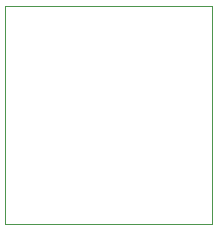
<source format=gbr>
%TF.GenerationSoftware,KiCad,Pcbnew,9.0.7*%
%TF.CreationDate,2026-01-19T15:41:53+08:00*%
%TF.ProjectId,mini-ir-blaster,6d696e69-2d69-4722-9d62-6c6173746572,rev?*%
%TF.SameCoordinates,Original*%
%TF.FileFunction,Profile,NP*%
%FSLAX46Y46*%
G04 Gerber Fmt 4.6, Leading zero omitted, Abs format (unit mm)*
G04 Created by KiCad (PCBNEW 9.0.7) date 2026-01-19 15:41:53*
%MOMM*%
%LPD*%
G01*
G04 APERTURE LIST*
%TA.AperFunction,Profile*%
%ADD10C,0.050000*%
%TD*%
G04 APERTURE END LIST*
D10*
X173750000Y-103250000D02*
X191250000Y-103250000D01*
X191250000Y-121750000D01*
X173750000Y-121750000D01*
X173750000Y-103250000D01*
M02*

</source>
